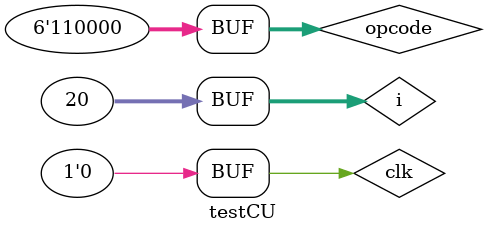
<source format=v>
`timescale 1ns / 1ps

module testCU;

	// Inputs
	reg clk;
	reg [5:0] opcode;
	wire memory_ready;

	// Outputs
	wire cmd_w;
	wire R1_w;
	wire R2_w;
	wire SR_w;
	wire PC_w;
	wire SR_inc;
	wire PC_inc;
	wire [1:0] SR_incc;
	wire [1:0] PC_incc;
	wire [3:0] ALU_func;
	wire [1:0] addr_sel;
	wire [1:0] data_sel;
	wire memory_w;
	wire error;
    wire [15 : 0] addr;

	// Instantiate the Unit Under Test (UUT)
	ControlUnit uut (
		.clk(clk), 
		.opcode(opcode), 
		.memory_ready(memory_ready), 
		.cmd_w(cmd_w), 
		.R1_w(R1_w), 
		.R2_w(R2_w), 
		.SR_w(SR_w), 
		.PC_w(PC_w), 
		.SR_inc(SR_inc), 
		.PC_inc(PC_inc), 
		.SR_incc(SR_incc), 
		.PC_incc(PC_incc), 
		.ALU_func(ALU_func), 
		.addr_sel(addr_sel), 
		.data_sel(data_sel), 
		.memory_w(memory_w), 
		.error(error),
        .addr (addr)
	);

    integer i;

    mem_test memory(clk, memory_w, addr, memory_ready);

	initial begin
		// Initialize Inputs
		clk     = 1;
		opcode  = 6'h30;
		// Wait 100 ns for global reset to finish
		#100;
        clk = 0;
        #10;
        
		for (i = 0; i < 20; i = i + 1)
            begin
            
            clk = 1; #10;
            clk = 0; #10;
            
            end


	end
      
endmodule

</source>
